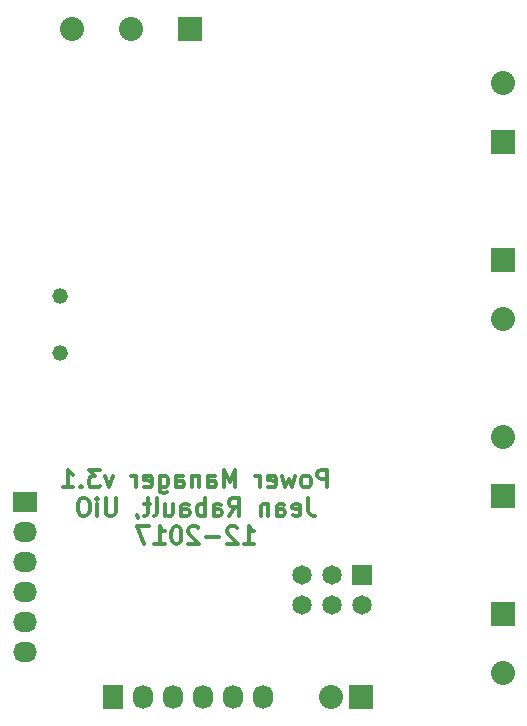
<source format=gbs>
G04 #@! TF.FileFunction,Soldermask,Bot*
%FSLAX46Y46*%
G04 Gerber Fmt 4.6, Leading zero omitted, Abs format (unit mm)*
G04 Created by KiCad (PCBNEW 4.0.2+dfsg1-stable) date ti. 12. des. 2017 kl. 16.44 +0100*
%MOMM*%
G01*
G04 APERTURE LIST*
%ADD10C,0.100000*%
%ADD11C,0.300000*%
%ADD12R,1.651000X1.651000*%
%ADD13C,1.651000*%
%ADD14R,2.032000X2.032000*%
%ADD15C,2.032000*%
%ADD16R,2.032000X1.727200*%
%ADD17O,2.032000X1.727200*%
%ADD18O,2.032000X2.032000*%
%ADD19R,1.727200X2.032000*%
%ADD20O,1.727200X2.032000*%
%ADD21C,1.320800*%
G04 APERTURE END LIST*
D10*
D11*
X165142856Y-111778571D02*
X165142856Y-110278571D01*
X164571428Y-110278571D01*
X164428570Y-110350000D01*
X164357142Y-110421429D01*
X164285713Y-110564286D01*
X164285713Y-110778571D01*
X164357142Y-110921429D01*
X164428570Y-110992857D01*
X164571428Y-111064286D01*
X165142856Y-111064286D01*
X163428570Y-111778571D02*
X163571428Y-111707143D01*
X163642856Y-111635714D01*
X163714285Y-111492857D01*
X163714285Y-111064286D01*
X163642856Y-110921429D01*
X163571428Y-110850000D01*
X163428570Y-110778571D01*
X163214285Y-110778571D01*
X163071428Y-110850000D01*
X162999999Y-110921429D01*
X162928570Y-111064286D01*
X162928570Y-111492857D01*
X162999999Y-111635714D01*
X163071428Y-111707143D01*
X163214285Y-111778571D01*
X163428570Y-111778571D01*
X162428570Y-110778571D02*
X162142856Y-111778571D01*
X161857142Y-111064286D01*
X161571427Y-111778571D01*
X161285713Y-110778571D01*
X160142856Y-111707143D02*
X160285713Y-111778571D01*
X160571427Y-111778571D01*
X160714284Y-111707143D01*
X160785713Y-111564286D01*
X160785713Y-110992857D01*
X160714284Y-110850000D01*
X160571427Y-110778571D01*
X160285713Y-110778571D01*
X160142856Y-110850000D01*
X160071427Y-110992857D01*
X160071427Y-111135714D01*
X160785713Y-111278571D01*
X159428570Y-111778571D02*
X159428570Y-110778571D01*
X159428570Y-111064286D02*
X159357142Y-110921429D01*
X159285713Y-110850000D01*
X159142856Y-110778571D01*
X158999999Y-110778571D01*
X157357142Y-111778571D02*
X157357142Y-110278571D01*
X156857142Y-111350000D01*
X156357142Y-110278571D01*
X156357142Y-111778571D01*
X154999999Y-111778571D02*
X154999999Y-110992857D01*
X155071428Y-110850000D01*
X155214285Y-110778571D01*
X155499999Y-110778571D01*
X155642856Y-110850000D01*
X154999999Y-111707143D02*
X155142856Y-111778571D01*
X155499999Y-111778571D01*
X155642856Y-111707143D01*
X155714285Y-111564286D01*
X155714285Y-111421429D01*
X155642856Y-111278571D01*
X155499999Y-111207143D01*
X155142856Y-111207143D01*
X154999999Y-111135714D01*
X154285713Y-110778571D02*
X154285713Y-111778571D01*
X154285713Y-110921429D02*
X154214285Y-110850000D01*
X154071427Y-110778571D01*
X153857142Y-110778571D01*
X153714285Y-110850000D01*
X153642856Y-110992857D01*
X153642856Y-111778571D01*
X152285713Y-111778571D02*
X152285713Y-110992857D01*
X152357142Y-110850000D01*
X152499999Y-110778571D01*
X152785713Y-110778571D01*
X152928570Y-110850000D01*
X152285713Y-111707143D02*
X152428570Y-111778571D01*
X152785713Y-111778571D01*
X152928570Y-111707143D01*
X152999999Y-111564286D01*
X152999999Y-111421429D01*
X152928570Y-111278571D01*
X152785713Y-111207143D01*
X152428570Y-111207143D01*
X152285713Y-111135714D01*
X150928570Y-110778571D02*
X150928570Y-111992857D01*
X150999999Y-112135714D01*
X151071427Y-112207143D01*
X151214284Y-112278571D01*
X151428570Y-112278571D01*
X151571427Y-112207143D01*
X150928570Y-111707143D02*
X151071427Y-111778571D01*
X151357141Y-111778571D01*
X151499999Y-111707143D01*
X151571427Y-111635714D01*
X151642856Y-111492857D01*
X151642856Y-111064286D01*
X151571427Y-110921429D01*
X151499999Y-110850000D01*
X151357141Y-110778571D01*
X151071427Y-110778571D01*
X150928570Y-110850000D01*
X149642856Y-111707143D02*
X149785713Y-111778571D01*
X150071427Y-111778571D01*
X150214284Y-111707143D01*
X150285713Y-111564286D01*
X150285713Y-110992857D01*
X150214284Y-110850000D01*
X150071427Y-110778571D01*
X149785713Y-110778571D01*
X149642856Y-110850000D01*
X149571427Y-110992857D01*
X149571427Y-111135714D01*
X150285713Y-111278571D01*
X148928570Y-111778571D02*
X148928570Y-110778571D01*
X148928570Y-111064286D02*
X148857142Y-110921429D01*
X148785713Y-110850000D01*
X148642856Y-110778571D01*
X148499999Y-110778571D01*
X146999999Y-110778571D02*
X146642856Y-111778571D01*
X146285714Y-110778571D01*
X145857142Y-110278571D02*
X144928571Y-110278571D01*
X145428571Y-110850000D01*
X145214285Y-110850000D01*
X145071428Y-110921429D01*
X144999999Y-110992857D01*
X144928571Y-111135714D01*
X144928571Y-111492857D01*
X144999999Y-111635714D01*
X145071428Y-111707143D01*
X145214285Y-111778571D01*
X145642857Y-111778571D01*
X145785714Y-111707143D01*
X145857142Y-111635714D01*
X144285714Y-111635714D02*
X144214286Y-111707143D01*
X144285714Y-111778571D01*
X144357143Y-111707143D01*
X144285714Y-111635714D01*
X144285714Y-111778571D01*
X142785714Y-111778571D02*
X143642857Y-111778571D01*
X143214285Y-111778571D02*
X143214285Y-110278571D01*
X143357142Y-110492857D01*
X143500000Y-110635714D01*
X143642857Y-110707143D01*
X163500001Y-112678571D02*
X163500001Y-113750000D01*
X163571429Y-113964286D01*
X163714286Y-114107143D01*
X163928572Y-114178571D01*
X164071429Y-114178571D01*
X162214287Y-114107143D02*
X162357144Y-114178571D01*
X162642858Y-114178571D01*
X162785715Y-114107143D01*
X162857144Y-113964286D01*
X162857144Y-113392857D01*
X162785715Y-113250000D01*
X162642858Y-113178571D01*
X162357144Y-113178571D01*
X162214287Y-113250000D01*
X162142858Y-113392857D01*
X162142858Y-113535714D01*
X162857144Y-113678571D01*
X160857144Y-114178571D02*
X160857144Y-113392857D01*
X160928573Y-113250000D01*
X161071430Y-113178571D01*
X161357144Y-113178571D01*
X161500001Y-113250000D01*
X160857144Y-114107143D02*
X161000001Y-114178571D01*
X161357144Y-114178571D01*
X161500001Y-114107143D01*
X161571430Y-113964286D01*
X161571430Y-113821429D01*
X161500001Y-113678571D01*
X161357144Y-113607143D01*
X161000001Y-113607143D01*
X160857144Y-113535714D01*
X160142858Y-113178571D02*
X160142858Y-114178571D01*
X160142858Y-113321429D02*
X160071430Y-113250000D01*
X159928572Y-113178571D01*
X159714287Y-113178571D01*
X159571430Y-113250000D01*
X159500001Y-113392857D01*
X159500001Y-114178571D01*
X156785715Y-114178571D02*
X157285715Y-113464286D01*
X157642858Y-114178571D02*
X157642858Y-112678571D01*
X157071430Y-112678571D01*
X156928572Y-112750000D01*
X156857144Y-112821429D01*
X156785715Y-112964286D01*
X156785715Y-113178571D01*
X156857144Y-113321429D01*
X156928572Y-113392857D01*
X157071430Y-113464286D01*
X157642858Y-113464286D01*
X155500001Y-114178571D02*
X155500001Y-113392857D01*
X155571430Y-113250000D01*
X155714287Y-113178571D01*
X156000001Y-113178571D01*
X156142858Y-113250000D01*
X155500001Y-114107143D02*
X155642858Y-114178571D01*
X156000001Y-114178571D01*
X156142858Y-114107143D01*
X156214287Y-113964286D01*
X156214287Y-113821429D01*
X156142858Y-113678571D01*
X156000001Y-113607143D01*
X155642858Y-113607143D01*
X155500001Y-113535714D01*
X154785715Y-114178571D02*
X154785715Y-112678571D01*
X154785715Y-113250000D02*
X154642858Y-113178571D01*
X154357144Y-113178571D01*
X154214287Y-113250000D01*
X154142858Y-113321429D01*
X154071429Y-113464286D01*
X154071429Y-113892857D01*
X154142858Y-114035714D01*
X154214287Y-114107143D01*
X154357144Y-114178571D01*
X154642858Y-114178571D01*
X154785715Y-114107143D01*
X152785715Y-114178571D02*
X152785715Y-113392857D01*
X152857144Y-113250000D01*
X153000001Y-113178571D01*
X153285715Y-113178571D01*
X153428572Y-113250000D01*
X152785715Y-114107143D02*
X152928572Y-114178571D01*
X153285715Y-114178571D01*
X153428572Y-114107143D01*
X153500001Y-113964286D01*
X153500001Y-113821429D01*
X153428572Y-113678571D01*
X153285715Y-113607143D01*
X152928572Y-113607143D01*
X152785715Y-113535714D01*
X151428572Y-113178571D02*
X151428572Y-114178571D01*
X152071429Y-113178571D02*
X152071429Y-113964286D01*
X152000001Y-114107143D01*
X151857143Y-114178571D01*
X151642858Y-114178571D01*
X151500001Y-114107143D01*
X151428572Y-114035714D01*
X150500000Y-114178571D02*
X150642858Y-114107143D01*
X150714286Y-113964286D01*
X150714286Y-112678571D01*
X150142858Y-113178571D02*
X149571429Y-113178571D01*
X149928572Y-112678571D02*
X149928572Y-113964286D01*
X149857144Y-114107143D01*
X149714286Y-114178571D01*
X149571429Y-114178571D01*
X149000001Y-114107143D02*
X149000001Y-114178571D01*
X149071429Y-114321429D01*
X149142858Y-114392857D01*
X147214286Y-112678571D02*
X147214286Y-113892857D01*
X147142858Y-114035714D01*
X147071429Y-114107143D01*
X146928572Y-114178571D01*
X146642858Y-114178571D01*
X146500000Y-114107143D01*
X146428572Y-114035714D01*
X146357143Y-113892857D01*
X146357143Y-112678571D01*
X145642857Y-114178571D02*
X145642857Y-113178571D01*
X145642857Y-112678571D02*
X145714286Y-112750000D01*
X145642857Y-112821429D01*
X145571429Y-112750000D01*
X145642857Y-112678571D01*
X145642857Y-112821429D01*
X144642857Y-112678571D02*
X144357143Y-112678571D01*
X144214285Y-112750000D01*
X144071428Y-112892857D01*
X144000000Y-113178571D01*
X144000000Y-113678571D01*
X144071428Y-113964286D01*
X144214285Y-114107143D01*
X144357143Y-114178571D01*
X144642857Y-114178571D01*
X144785714Y-114107143D01*
X144928571Y-113964286D01*
X145000000Y-113678571D01*
X145000000Y-113178571D01*
X144928571Y-112892857D01*
X144785714Y-112750000D01*
X144642857Y-112678571D01*
X158071427Y-116578571D02*
X158928570Y-116578571D01*
X158499998Y-116578571D02*
X158499998Y-115078571D01*
X158642855Y-115292857D01*
X158785713Y-115435714D01*
X158928570Y-115507143D01*
X157499999Y-115221429D02*
X157428570Y-115150000D01*
X157285713Y-115078571D01*
X156928570Y-115078571D01*
X156785713Y-115150000D01*
X156714284Y-115221429D01*
X156642856Y-115364286D01*
X156642856Y-115507143D01*
X156714284Y-115721429D01*
X157571427Y-116578571D01*
X156642856Y-116578571D01*
X155999999Y-116007143D02*
X154857142Y-116007143D01*
X154214285Y-115221429D02*
X154142856Y-115150000D01*
X153999999Y-115078571D01*
X153642856Y-115078571D01*
X153499999Y-115150000D01*
X153428570Y-115221429D01*
X153357142Y-115364286D01*
X153357142Y-115507143D01*
X153428570Y-115721429D01*
X154285713Y-116578571D01*
X153357142Y-116578571D01*
X152428571Y-115078571D02*
X152285714Y-115078571D01*
X152142857Y-115150000D01*
X152071428Y-115221429D01*
X151999999Y-115364286D01*
X151928571Y-115650000D01*
X151928571Y-116007143D01*
X151999999Y-116292857D01*
X152071428Y-116435714D01*
X152142857Y-116507143D01*
X152285714Y-116578571D01*
X152428571Y-116578571D01*
X152571428Y-116507143D01*
X152642857Y-116435714D01*
X152714285Y-116292857D01*
X152785714Y-116007143D01*
X152785714Y-115650000D01*
X152714285Y-115364286D01*
X152642857Y-115221429D01*
X152571428Y-115150000D01*
X152428571Y-115078571D01*
X150500000Y-116578571D02*
X151357143Y-116578571D01*
X150928571Y-116578571D02*
X150928571Y-115078571D01*
X151071428Y-115292857D01*
X151214286Y-115435714D01*
X151357143Y-115507143D01*
X150000000Y-115078571D02*
X149000000Y-115078571D01*
X149642857Y-116578571D01*
D12*
X168040000Y-119230000D03*
D13*
X165500000Y-119230000D03*
X162960000Y-119230000D03*
X162960000Y-121770000D03*
X165500000Y-121770000D03*
X168040000Y-121770000D03*
D14*
X180000000Y-82499360D03*
D15*
X180000000Y-77500640D03*
D14*
X180000000Y-112499360D03*
D15*
X180000000Y-107500640D03*
D14*
X180000000Y-92500640D03*
D15*
X180000000Y-97499360D03*
D14*
X180000000Y-122500640D03*
D15*
X180000000Y-127499360D03*
D14*
X153498720Y-73000000D03*
D15*
X148500000Y-73000000D03*
X143501280Y-73000000D03*
D16*
X139500000Y-113000000D03*
D17*
X139500000Y-115540000D03*
X139500000Y-118080000D03*
X139500000Y-120620000D03*
X139500000Y-123160000D03*
X139500000Y-125700000D03*
D14*
X168000000Y-129500000D03*
D18*
X165460000Y-129500000D03*
D19*
X147000000Y-129500000D03*
D20*
X149540000Y-129500000D03*
X152080000Y-129500000D03*
X154620000Y-129500000D03*
X157160000Y-129500000D03*
X159700000Y-129500000D03*
D21*
X142500000Y-95587000D03*
X142500000Y-100413000D03*
M02*

</source>
